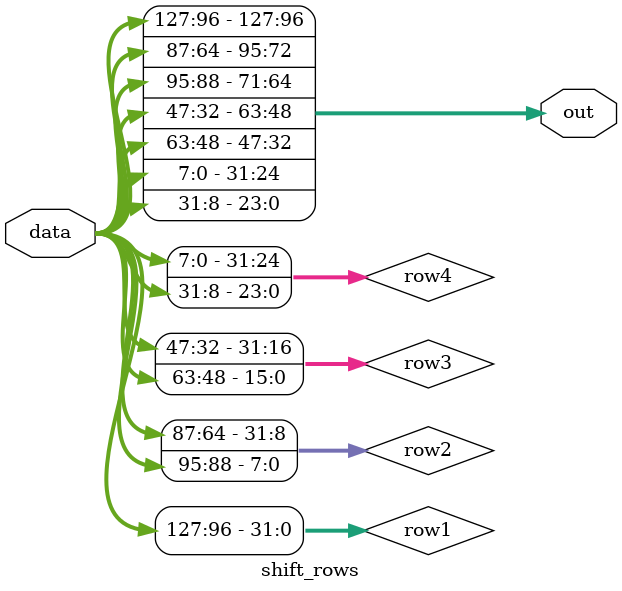
<source format=v>
`timescale 1ns / 1ps
module shift_rows(data, out);
	
	input [127:0] data;
	
	wire [31:0] row1;
	wire [31:0] row2;
	wire [31:0] row3;
	wire [31:0] row4;
	
	output [127:0] out;
	
	assign row1[31:0]  = data[127:96];
	assign row2[31:8]  = data[87:64];
	assign row2[7:0]   = data[95:88];
	assign row3[31:16] = data[47:32];
	assign row3[15:0]  = data[63:48];
	assign row4[31:24] = data[7:0];
	assign row4[23:0]  = data[31:8];
	
	assign out = {row1, row2, row3, row4};
	
	//	input [15:0] data;
//	
//	wire [3:0] row1;
//	wire [3:0] row2;
//	wire [3:0] row3;
//	wire [3:0] row4;
//	
//	output [15:0] out;
//	
//	assign row1[3:0] = data[15:12];
//	assign row2[3:1] = data[10:8];
//	assign row2[0]   = data[11];
//	assign row3[3:2] = data[5:4];
//	assign row3[2:0] = data[7:6];
//	assign row4[3]   = data[0];
//	assign row4[2:0] = data[3:1];
//	
//	assign out = {row1, row2, row3, row4};
	
endmodule

</source>
